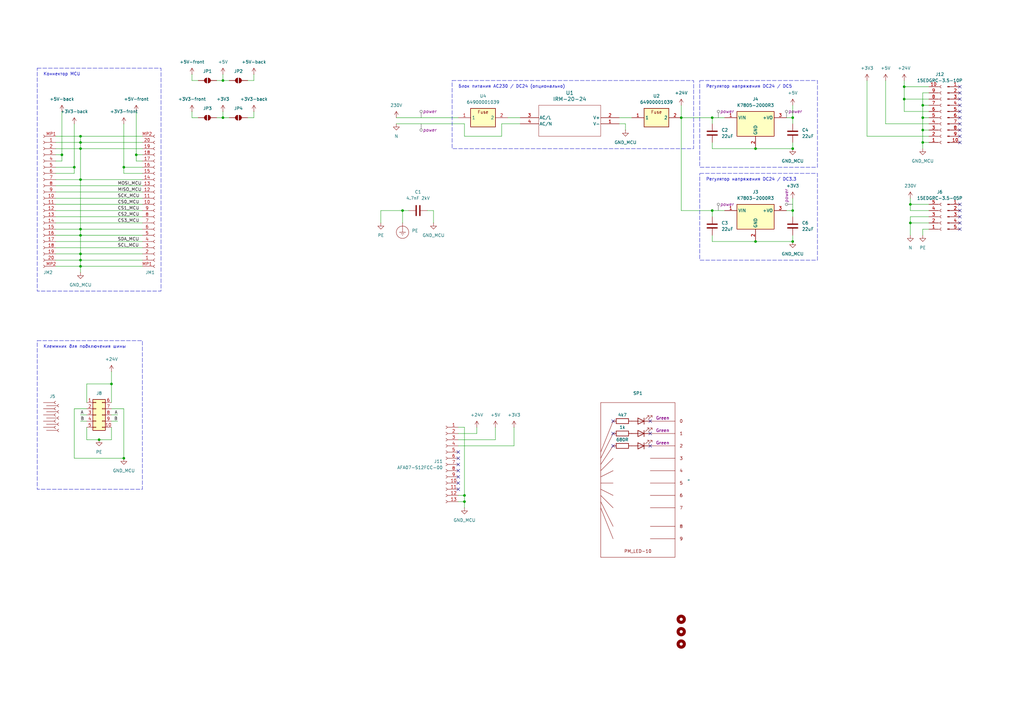
<source format=kicad_sch>
(kicad_sch (version 20250114) (generator "eeschema") (generator_version "9.0")
  (paper "A3")
  (title_block (title "${article} v${version}"))
  (lib_symbols
    (symbol "Fuseholder_1"
      (property "Reference" "U" (at -0.762 5.588 0))
      (property "Value" "64900001039" (at -6.35 3.302 0))
      (symbol "Fuseholder_1_1_1"
        (text "Fuse" (at 0 -1.524 0) (effects (font (size 1.27 1.27))))
        (pin passive line (at -10.16 -3.81 0) (length 5.08) (name "1") (number "1"))
        (pin passive line (at 10.16 -3.81 180) (length 5.08) (name "2") (number "2"))
      )
    )
    (symbol "kicad_inventree_lib:15EDGK-3.5-05P" (pin_names (offset 1.016) (hide yes)) (on_board no)
      (property "Reference" "J" (at 0 12.7 0))
      (property "Value" "15EDGK-3.5-05P" (at 0 -2.54 0))
      (symbol "15EDGK-3.5-05P_1_1"
        (pin passive line (at 5.08 10.16 180) (length 3.81) (name "Pin_1") (number "1"))
        (pin passive line (at 5.08 7.62 180) (length 3.81) (name "Pin_2") (number "2"))
        (pin passive line (at 5.08 5.08 180) (length 3.81) (name "Pin_3") (number "3"))
        (pin passive line (at 5.08 2.54 180) (length 3.81) (name "Pin_4") (number "4"))
        (pin passive line (at 5.08 0 180) (length 3.81) (name "Pin_5") (number "5"))
      )
    )
    (symbol "kicad_inventree_lib:15EDGK-3.5-10P" (pin_names (offset 1.016) (hide yes)) (on_board no)
      (property "Reference" "J" (at 0 12.7 0))
      (property "Value" "15EDGK-3.5-10P" (at 0 -15.24 0))
      (symbol "15EDGK-3.5-10P_1_1"
        (pin passive line (at 5.08 10.16 180) (length 3.81) (name "Pin_1") (number "1"))
        (pin passive line (at 5.08 7.62 180) (length 3.81) (name "Pin_2") (number "2"))
        (pin passive line (at 5.08 5.08 180) (length 3.81) (name "Pin_3") (number "3"))
        (pin passive line (at 5.08 2.54 180) (length 3.81) (name "Pin_4") (number "4"))
        (pin passive line (at 5.08 0 180) (length 3.81) (name "Pin_5") (number "5"))
        (pin passive line (at 5.08 -2.54 180) (length 3.81) (name "Pin_6") (number "6"))
        (pin passive line (at 5.08 -5.08 180) (length 3.81) (name "Pin_7") (number "7"))
        (pin passive line (at 5.08 -7.62 180) (length 3.81) (name "Pin_8") (number "8"))
        (pin passive line (at 5.08 -10.16 180) (length 3.81) (name "Pin_9") (number "9"))
        (pin passive line (at 5.08 -12.7 180) (length 3.81) (name "Pin_10") (number "10"))
      )
    )
    (symbol "kicad_inventree_lib:15EDGKNH-3.5-10P" (pin_names (offset 1.016) (hide yes)) (on_board no)
      (property "Reference" "J" (at 0 7.62 0))
    )
    (symbol "kicad_inventree_lib:15EDGRC-3.5-05P" (pin_names (offset 1.016) (hide yes))
      (property "Reference" "J" (at 0 12.7 0))
      (property "Value" "15EDGRC-3.5-05P" (at 0 -2.54 0))
      (symbol "15EDGRC-3.5-05P_1_1"
        (pin passive line (at -5.08 10.16 0) (length 3.81) (name "Pin_1") (number "1"))
        (pin passive line (at -5.08 7.62 0) (length 3.81) (name "Pin_2") (number "2"))
        (pin passive line (at -5.08 5.08 0) (length 3.81) (name "Pin_3") (number "3"))
        (pin passive line (at -5.08 2.54 0) (length 3.81) (name "Pin_4") (number "4"))
        (pin passive line (at -5.08 0 0) (length 3.81) (name "Pin_5") (number "5"))
      )
    )
    (symbol "kicad_inventree_lib:15EDGRC-3.5-10P" (pin_names (offset 1.016) (hide yes))
      (property "Reference" "J" (at 0 12.7 0))
      (property "Value" "15EDGRC-3.5-10P" (at 0 -17.78 0))
      (symbol "15EDGRC-3.5-10P_1_1"
        (pin passive line (at -5.08 10.16 0) (length 3.81) (name "Pin_1") (number "1"))
        (pin passive line (at -5.08 7.62 0) (length 3.81) (name "Pin_2") (number "2"))
        (pin passive line (at -5.08 5.08 0) (length 3.81) (name "Pin_3") (number "3"))
        (pin passive line (at -5.08 2.54 0) (length 3.81) (name "Pin_4") (number "4"))
        (pin passive line (at -5.08 0 0) (length 3.81) (name "Pin_5") (number "5"))
        (pin passive line (at -5.08 -2.54 0) (length 3.81) (name "Pin_6") (number "6"))
        (pin passive line (at -5.08 -5.08 0) (length 3.81) (name "Pin_7") (number "7"))
        (pin passive line (at -5.08 -7.62 0) (length 3.81) (name "Pin_8") (number "8"))
        (pin passive line (at -5.08 -10.16 0) (length 3.81) (name "Pin_9") (number "9"))
        (pin passive line (at -5.08 -12.7 0) (length 3.81) (name "Pin_10") (number "10"))
      )
    )
    (symbol "kicad_inventree_lib:15EDGRHC-THR-3.5-10P" (pin_names (offset 1.016) (hide yes))
      (property "Reference" "J" (at 0 10.16 0))
      (symbol "15EDGRHC-THR-3.5-10P_1_1"
        (pin passive line (at -5.08 7.62 0) (length 2.54) (name "Pin_1") (number "1"))
        (pin passive line (at -5.08 5.08 0) (length 2.54) (name "Pin_3") (number "2"))
        (pin passive line (at -5.08 2.54 0) (length 2.54) (name "3") (number "3"))
        (pin passive line (at -5.08 0 0) (length 2.54) (name "4") (number "4"))
        (pin passive line (at -5.08 -2.54 0) (length 2.54) (name "Pin_9") (number "5"))
        (pin passive line (at 5.08 7.62 180) (length 2.54) (name "Pin_2") (number "6"))
        (pin passive line (at 5.08 5.08 180) (length 2.54) (name "Pin_4") (number "7"))
        (pin passive line (at 5.08 2.54 180) (length 2.54) (name "Pin_6") (number "8"))
        (pin passive line (at 5.08 0 180) (length 2.54) (name "Pin_8") (number "9"))
        (pin passive line (at 5.08 -2.54 180) (length 2.54) (name "Pin_10") (number "10"))
      )
    )
    (symbol "kicad_inventree_lib:AFA07-S12FCC-00" (pin_names (offset 1.016) (hide yes))
      (property "Reference" "J" (at 0 12.7 0))
      (property "Value" "AFA07-S12FCC-00" (at 0 -27.94 0))
      (symbol "AFA07-S12FCC-00_1_1"
        (pin passive line (at -5.08 10.16 0) (length 3.81) (name "Pin_1") (number "1"))
        (pin passive line (at -5.08 7.62 0) (length 3.81) (name "Pin_2") (number "2"))
        (pin passive line (at -5.08 5.08 0) (length 3.81) (name "Pin_3") (number "3"))
        (pin passive line (at -5.08 2.54 0) (length 3.81) (name "Pin_4") (number "4"))
        (pin passive line (at -5.08 0 0) (length 3.81) (name "Pin_5") (number "5"))
        (pin passive line (at -5.08 -2.54 0) (length 3.81) (name "Pin_6") (number "6"))
        (pin passive line (at -5.08 -5.08 0) (length 3.81) (name "Pin_7") (number "7"))
        (pin passive line (at -5.08 -7.62 0) (length 3.81) (name "Pin_8") (number "8"))
        (pin passive line (at -5.08 -10.16 0) (length 3.81) (name "Pin_9") (number "9"))
        (pin passive line (at -5.08 -12.7 0) (length 3.81) (name "Pin_10") (number "10"))
        (pin passive line (at -5.08 -15.24 0) (length 3.81) (name "Pin_11") (number "11"))
        (pin passive line (at -5.08 -17.78 0) (length 3.81) (name "Pin_11") (number "12"))
        (pin passive line (at -5.08 -20.32 0) (length 3.81) (name "Pin_11") (number "13"))
      )
    )
    (symbol "kicad_inventree_lib:AFA07-S20FCC-00" (pin_names (offset 1.016) (hide yes))
      (property "Reference" "J" (at 0 15.24 0))
      (property "Value" "AFA07-S20FCC-00" (at -1.016 -48.768 0))
      (symbol "AFA07-S20FCC-00_1_1"
        (pin passive line (at -5.08 12.7 0) (length 3.81) (name "Pin_11") (number "MP1"))
        (pin passive line (at -5.08 10.16 0) (length 3.81) (name "Pin_1") (number "1"))
        (pin passive line (at -5.08 7.62 0) (length 3.81) (name "Pin_2") (number "2"))
        (pin passive line (at -5.08 5.08 0) (length 3.81) (name "Pin_3") (number "3"))
        (pin passive line (at -5.08 2.54 0) (length 3.81) (name "Pin_4") (number "4"))
        (pin passive line (at -5.08 0 0) (length 3.81) (name "Pin_5") (number "5"))
        (pin passive line (at -5.08 -2.54 0) (length 3.81) (name "Pin_6") (number "6"))
        (pin passive line (at -5.08 -5.08 0) (length 3.81) (name "Pin_7") (number "7"))
        (pin passive line (at -5.08 -7.62 0) (length 3.81) (name "Pin_8") (number "8"))
        (pin passive line (at -5.08 -10.16 0) (length 3.81) (name "Pin_9") (number "9"))
        (pin passive line (at -5.08 -12.7 0) (length 3.81) (name "Pin_10") (number "10"))
        (pin passive line (at -5.08 -15.24 0) (length 3.81) (name "Pin_11") (number "11"))
        (pin passive line (at -5.08 -17.78 0) (length 3.81) (name "Pin_11") (number "12"))
        (pin passive line (at -5.08 -20.32 0) (length 3.81) (name "Pin_11") (number "13"))
        (pin passive line (at -5.08 -22.86 0) (length 3.81) (name "Pin_11") (number "14"))
        (pin passive line (at -5.08 -25.4 0) (length 3.81) (name "Pin_11") (number "15"))
        (pin passive line (at -5.08 -27.94 0) (length 3.81) (name "Pin_11") (number "16"))
        (pin passive line (at -5.08 -30.48 0) (length 3.81) (name "Pin_11") (number "17"))
        (pin passive line (at -5.08 -33.02 0) (length 3.81) (name "Pin_11") (number "18"))
        (pin passive line (at -5.08 -35.56 0) (length 3.81) (name "Pin_11") (number "19"))
        (pin passive line (at -5.08 -38.1 0) (length 3.81) (name "Pin_11") (number "20"))
        (pin passive line (at -5.08 -40.64 0) (length 3.81) (name "Pin_11") (number "MP2"))
      )
    )
    (symbol "kicad_inventree_lib:C_22uF_50V_2220_MLCC-X7R" (pin_numbers (hide yes)) (pin_names (offset 0.254))
      (property "Reference" "C" (at 0.635 2.54 0))
      (property "Value" "22uF" (at 0.635 -2.54 0))
      (symbol "C_22uF_50V_2220_MLCC-X7R_1_1"
        (pin passive line (at 0 3.81 270) (length 2.794) (name "~") (number "1"))
        (pin passive line (at 0 -3.81 90) (length 2.794) (name "~") (number "2"))
      )
    )
    (symbol "kicad_inventree_lib:C_4.7nF_2kV_1812" (pin_numbers (hide yes)) (pin_names (offset 0.254))
      (property "Reference" "C" (at 0.635 2.54 0))
      (property "Value" "4.7nF 2kV" (at 0.635 -2.54 0))
      (symbol "C_4.7nF_2kV_1812_1_1"
        (pin passive line (at 0 3.81 270) (length 2.794) (name "~") (number "1"))
        (pin passive line (at 0 -3.81 90) (length 2.794) (name "~") (number "2"))
      )
    )
    (symbol "kicad_inventree_lib:Fuseholder"
      (property "Reference" "U" (at -0.762 5.588 0))
      (property "Value" "64900001039" (at -6.35 3.302 0))
      (symbol "Fuseholder_1_1"
        (text "Fuse" (at 0 -1.524 0) (effects (font (size 1.27 1.27))))
        (pin passive line (at -10.16 -3.81 0) (length 5.08) (name "1") (number "1"))
        (pin passive line (at 10.16 -3.81 180) (length 5.08) (name "2") (number "2"))
      )
    )
    (symbol "kicad_inventree_lib:IRM-20-24" (pin_names (offset 0.254))
      (property "Reference" "U" (at 0 5.08 0))
      (property "Value" "IRM-20-24" (at 0 2.54 0))
      (symbol "IRM-20-24_0_1"
        (pin unspecified line (at -20.32 -5.08 0) (length 7.62) (name "AC/L") (number "3"))
        (pin unspecified line (at -20.32 -7.62 0) (length 7.62) (name "AC/N") (number "4"))
        (pin power_in line (at 20.32 -5.08 180) (length 7.62) (name "V+") (number "2"))
        (pin power_in line (at 20.32 -7.62 180) (length 7.62) (name "V-") (number "1"))
      )
    )
    (symbol "kicad_inventree_lib:K7803-2000R3"
      (property "Reference" "J" (at -0.762 6.35 0))
      (property "Value" "K7803-2000R3" (at -7.112 3.556 0))
      (symbol "K7803-2000R3_1_1"
        (pin passive line (at -12.7 -2.54 0) (length 5.08) (name "VIN") (number "1"))
        (pin passive line (at 0 -15.24 90) (length 5.08) (name "GND") (number "2"))
        (pin passive line (at 12.7 -2.54 180) (length 5.08) (name "+VO") (number "3"))
      )
    )
    (symbol "kicad_inventree_lib:K7805-2000R3"
      (property "Reference" "J" (at -0.762 6.35 0))
      (property "Value" "K7805-2000R3" (at -7.112 3.556 0))
      (symbol "K7805-2000R3_1_1"
        (pin passive line (at -12.7 -2.54 0) (length 5.08) (name "VIN") (number "1"))
        (pin passive line (at 0 -15.24 90) (length 5.08) (name "GND") (number "2"))
        (pin passive line (at 12.7 -2.54 180) (length 5.08) (name "+VO") (number "3"))
      )
    )
    (symbol "kicad_inventree_lib:MountingHole_M3" (pin_names (offset 1.016)) (exclude_from_sim yes) (in_bom no))
    (symbol "kicad_inventree_lib:PE" (pin_numbers (hide yes)) (pin_names (offset 0) (hide yes)) (in_bom no)
      (property "Value" "PE" (at 0 -7.62 0))
      (symbol "PE_1_1"
        (pin power_in line (at 0 0 270) (length 0) (name "~") (number "1"))
      )
    )
    (symbol "kicad_inventree_lib:PM_LED-10-v0.0.1"
      (property "Reference" "SP" (at 0 3.81 0))
      (symbol "PM_LED-10-v0.0.1_1_1"
        (text "PM_LED-10" (at 0 -60.96 0) (effects (font (size 1.27 1.27))))
        (text "0" (at 17.78 -7.62 0) (effects (font (size 1.27 1.27))))
        (text "1" (at 17.78 -12.7 0) (effects (font (size 1.27 1.27))))
        (text "2" (at 17.78 -17.78 0) (effects (font (size 1.27 1.27))))
        (text "3" (at 17.78 -22.86 0) (effects (font (size 1.27 1.27))))
        (text "4" (at 17.78 -27.94 0) (effects (font (size 1.27 1.27))))
        (text "5" (at 17.78 -33.02 0) (effects (font (size 1.27 1.27))))
        (text "6" (at 17.78 -38.1 0) (effects (font (size 1.27 1.27))))
        (text "7" (at 17.78 -43.18 0) (effects (font (size 1.27 1.27))))
        (text "8" (at 17.78 -50.8 0) (effects (font (size 1.27 1.27))))
        (text "9" (at 17.78 -55.88 0) (effects (font (size 1.27 1.27))))
      )
    )
    (symbol "kicad_inventree_lib:R_1k_0603_1%" (pin_numbers (hide yes)) (pin_names (offset 0))
      (property "Reference" "R" (at 2.032 0 90))
      (property "Value" "1k" (at 0 0 90))
      (symbol "R_1k_0603_1%_1_1"
        (pin passive line (at 0 3.81 270) (length 1.27) (name "~") (number "1"))
        (pin passive line (at 0 -3.81 90) (length 1.27) (name "~") (number "2"))
      )
    )
    (symbol "kicad_inventree_lib:R_4k7_0603_1%" (pin_numbers (hide yes)) (pin_names (offset 0))
      (property "Reference" "R" (at 2.032 0 90))
      (property "Value" "4k7" (at 0 0 90))
      (symbol "R_4k7_0603_1%_1_1"
        (pin passive line (at 0 3.81 270) (length 1.27) (name "~") (number "1"))
        (pin passive line (at 0 -3.81 90) (length 1.27) (name "~") (number "2"))
      )
    )
    (symbol "kicad_inventree_lib:R_680R_0603_1%" (pin_numbers (hide yes)) (pin_names (offset 0))
      (property "Reference" "R" (at 2.032 0 90))
      (property "Value" "680R" (at 0 0 90))
      (symbol "R_680R_0603_1%_1_1"
        (pin passive line (at 0 3.81 270) (length 1.27) (name "~") (number "1"))
        (pin passive line (at 0 -3.81 90) (length 1.27) (name "~") (number "2"))
      )
    )
    (symbol "kicad_inventree_lib:SolderJumper_2_Open" (pin_numbers (hide yes)) (pin_names (offset 0) (hide yes)) (in_bom no)
      (property "Reference" "JP" (at 0 2.032 0))
      (property "Value" "SolderJumper_2_Open" (at 0 -2.54 0))
      (symbol "SolderJumper_2_Open_1_1"
        (pin passive line (at -3.81 0 0) (length 2.54) (name "A") (number "1"))
        (pin passive line (at 3.81 0 180) (length 2.54) (name "B") (number "2"))
      )
    )
    (symbol "kicad_inventree_lib:XL-1606SYGC" (pin_numbers (hide yes)) (pin_names (offset 1.016) (hide yes))
      (property "Reference" "D" (at 0 2.54 0))
      (property "Description" "Green" (at 0 -8.89 0))
      (symbol "XL-1606SYGC_1_1"
        (pin passive line (at -3.81 0 0) (length 2.54) (name "K") (number "1"))
        (pin passive line (at 3.81 0 180) (length 2.54) (name "A") (number "2"))
      )
    )
    (symbol "power:+24V" (power) (pin_numbers (hide yes)) (pin_names (offset 0) (hide yes))
      (property "Value" "+24V" (at 0 3.556 0))
      (symbol "+24V_1_1"
        (pin power_in line (at 0 0 90) (length 0) (name "~") (number "1"))
      )
    )
    (symbol "power:+5V" (power) (pin_numbers (hide yes)) (pin_names (offset 0) (hide yes))
      (property "Value" "+5V" (at 0 3.556 0))
      (symbol "+5V_1_1"
        (pin power_in line (at 0 0 90) (length 0) (name "~") (number "1"))
      )
    )
    (symbol "power:GND" (power) (pin_numbers (hide yes)) (pin_names (offset 0) (hide yes))
      (property "Value" "GND" (at 0 -3.81 0))
      (symbol "GND_1_1"
        (pin power_in line (at 0 0 270) (length 0) (name "~") (number "1"))
      )
    )
  )
  (rectangle (start 287.02 33.02) (end 335.28 68.58) (stroke (width 0) (type dash)))
  (rectangle (start 15.24 27.94) (end 66.04 119.38) (stroke (width 0) (type dash)))
  (rectangle (start 185.42 33.02) (end 284.48 60.96) (stroke (width 0) (type dash)))
  (rectangle (start 287.02 71.12) (end 335.28 106.68) (stroke (width 0) (type dash)))
  (rectangle (start 15.24 139.7) (end 58.42 200.66) (stroke (width 0) (type dash)))
  (text "Коннектор MCU" (at 17.78 30.48 0) (effects (font (size 1.27 1.27)) (justify left)))
  (text "Блок питания AC230 / DC24 (опционально)" (at 187.96 35.56 0) (effects (font (size 1.27 1.27)) (justify left)))
  (text "Клеммник для подключения шины" (at 17.78 142.24 0) (effects (font (size 1.27 1.27)) (justify left)))
  (text "Регулятор напряжения DC24 / DC5" (at 289.56 35.56 0) (effects (font (size 1.27 1.27)) (justify left)))
  (text "Регулятор напряжения DC24 / DC3.3" (at 289.56 73.66 0) (effects (font (size 1.27 1.27)) (justify left)))
  (junction (at 373.38 91.44))
  (junction (at 292.1 48.26))
  (junction (at 33.02 96.52))
  (junction (at 309.88 60.96))
  (junction (at 45.72 157.48))
  (junction (at 190.5 205.74))
  (junction (at 378.46 53.34))
  (junction (at 50.8 187.96))
  (junction (at 33.02 58.42))
  (junction (at 309.88 99.06))
  (junction (at 55.88 63.5))
  (junction (at 378.46 58.42))
  (junction (at 91.44 48.26))
  (junction (at 378.46 43.18))
  (junction (at 325.12 86.36))
  (junction (at 33.02 104.14))
  (junction (at 325.12 99.06))
  (junction (at 165.1 86.36))
  (junction (at 33.02 106.68))
  (junction (at 370.84 40.64))
  (junction (at 33.02 60.96))
  (junction (at 33.02 109.22))
  (junction (at 190.5 203.2))
  (junction (at 33.02 73.66))
  (junction (at 325.12 60.96))
  (junction (at 40.64 180.34))
  (junction (at 378.46 48.26))
  (junction (at 30.48 68.58))
  (junction (at 373.38 83.82))
  (junction (at 25.4 63.5))
  (junction (at 33.02 55.88))
  (junction (at 370.84 35.56))
  (junction (at 91.44 33.02))
  (junction (at 50.8 68.58))
  (junction (at 325.12 48.26))
  (junction (at 33.02 93.98))
  (junction (at 279.4 48.26))
  (junction (at 292.1 86.36))
  (no_connect (at 187.96 195.58))
  (no_connect (at 251.46 177.8))
  (no_connect (at 187.96 190.5))
  (no_connect (at 393.7 38.1))
  (no_connect (at 187.96 185.42))
  (no_connect (at 266.7 177.8))
  (no_connect (at 393.7 83.82))
  (no_connect (at 187.96 198.12))
  (no_connect (at 266.7 182.88))
  (no_connect (at 393.7 43.18))
  (no_connect (at 393.7 55.88))
  (no_connect (at 393.7 88.9))
  (no_connect (at 393.7 58.42))
  (no_connect (at 251.46 182.88))
  (no_connect (at 187.96 187.96))
  (no_connect (at 251.46 172.72))
  (no_connect (at 393.7 40.64))
  (no_connect (at 393.7 45.72))
  (no_connect (at 393.7 35.56))
  (no_connect (at 393.7 93.98))
  (no_connect (at 187.96 193.04))
  (no_connect (at 393.7 48.26))
  (no_connect (at 393.7 50.8))
  (no_connect (at 393.7 86.36))
  (no_connect (at 393.7 53.34))
  (no_connect (at 393.7 91.44))
  (no_connect (at 187.96 200.66))
  (no_connect (at 266.7 172.72))
  (wire (pts (xy 45.72 172.72) (xy 48.26 172.72)))
  (wire (pts (xy 50.8 167.64) (xy 50.8 187.96)))
  (wire (pts (xy 156.21 86.36) (xy 165.1 86.36)))
  (wire (pts (xy 22.86 76.2) (xy 58.42 76.2)))
  (wire (pts (xy 55.88 63.5) (xy 55.88 66.04)))
  (wire (pts (xy 22.86 104.14) (xy 33.02 104.14)))
  (wire (pts (xy 355.6 55.88) (xy 355.6 33.02)))
  (wire (pts (xy 378.46 58.42) (xy 378.46 60.96)))
  (wire (pts (xy 33.02 93.98) (xy 58.42 93.98)))
  (wire (pts (xy 373.38 88.9) (xy 373.38 91.44)))
  (wire (pts (xy 22.86 55.88) (xy 33.02 55.88)))
  (wire (pts (xy 378.46 38.1) (xy 378.46 43.18)))
  (wire (pts (xy 381 93.98) (xy 378.46 93.98)))
  (wire (pts (xy 325.12 58.42) (xy 325.12 60.96)))
  (wire (pts (xy 381 83.82) (xy 373.38 83.82)))
  (wire (pts (xy 205.74 50.8) (xy 213.36 50.8)))
  (wire (pts (xy 22.86 83.82) (xy 58.42 83.82)))
  (wire (pts (xy 35.56 180.34) (xy 40.64 180.34)))
  (wire (pts (xy 190.5 50.8) (xy 190.5 55.88)))
  (wire (pts (xy 279.4 86.36) (xy 292.1 86.36)))
  (wire (pts (xy 165.1 86.36) (xy 165.1 91.44)))
  (wire (pts (xy 292.1 60.96) (xy 309.88 60.96)))
  (wire (pts (xy 22.86 73.66) (xy 33.02 73.66)))
  (wire (pts (xy 373.38 91.44) (xy 373.38 96.52)))
  (wire (pts (xy 33.02 172.72) (xy 35.56 172.72)))
  (wire (pts (xy 205.74 50.8) (xy 205.74 55.88)))
  (wire (pts (xy 378.46 48.26) (xy 378.46 53.34)))
  (wire (pts (xy 88.9 33.02) (xy 91.44 33.02)))
  (wire (pts (xy 33.02 93.98) (xy 33.02 96.52)))
  (wire (pts (xy 22.86 86.36) (xy 58.42 86.36)))
  (wire (pts (xy 190.5 203.2) (xy 190.5 205.74)))
  (wire (pts (xy 35.56 165.1) (xy 35.56 157.48)))
  (wire (pts (xy 325.12 86.36) (xy 325.12 88.9)))
  (wire (pts (xy 91.44 33.02) (xy 93.98 33.02)))
  (wire (pts (xy 22.86 91.44) (xy 58.42 91.44)))
  (wire (pts (xy 162.56 48.26) (xy 187.96 48.26)))
  (wire (pts (xy 208.28 48.26) (xy 213.36 48.26)))
  (wire (pts (xy 30.48 50.8) (xy 30.48 68.58)))
  (wire (pts (xy 279.4 43.18) (xy 279.4 48.26)))
  (wire (pts (xy 91.44 30.48) (xy 91.44 33.02)))
  (wire (pts (xy 22.86 88.9) (xy 58.42 88.9)))
  (wire (pts (xy 91.44 48.26) (xy 93.98 48.26)))
  (wire (pts (xy 33.02 55.88) (xy 33.02 58.42)))
  (wire (pts (xy 33.02 170.18) (xy 35.56 170.18)))
  (wire (pts (xy 35.56 175.26) (xy 35.56 180.34)))
  (wire (pts (xy 22.86 60.96) (xy 33.02 60.96)))
  (wire (pts (xy 381 55.88) (xy 355.6 55.88)))
  (wire (pts (xy 22.86 106.68) (xy 33.02 106.68)))
  (wire (pts (xy 55.88 45.72) (xy 55.88 63.5)))
  (wire (pts (xy 373.38 91.44) (xy 381 91.44)))
  (wire (pts (xy 292.1 48.26) (xy 297.18 48.26)))
  (wire (pts (xy 381 88.9) (xy 373.38 88.9)))
  (wire (pts (xy 381 45.72) (xy 370.84 45.72)))
  (wire (pts (xy 40.64 180.34) (xy 45.72 180.34)))
  (wire (pts (xy 373.38 83.82) (xy 373.38 81.28)))
  (wire (pts (xy 187.96 175.26) (xy 190.5 175.26)))
  (wire (pts (xy 91.44 45.72) (xy 91.44 48.26)))
  (wire (pts (xy 195.58 175.26) (xy 195.58 177.8)))
  (wire (pts (xy 33.02 73.66) (xy 33.02 93.98)))
  (wire (pts (xy 22.86 99.06) (xy 58.42 99.06)))
  (wire (pts (xy 325.12 48.26) (xy 325.12 50.8)))
  (wire (pts (xy 187.96 205.74) (xy 190.5 205.74)))
  (wire (pts (xy 203.2 175.26) (xy 203.2 180.34)))
  (wire (pts (xy 309.88 60.96) (xy 325.12 60.96)))
  (wire (pts (xy 78.74 33.02) (xy 81.28 33.02)))
  (wire (pts (xy 33.02 104.14) (xy 33.02 106.68)))
  (wire (pts (xy 325.12 81.28) (xy 325.12 86.36)))
  (wire (pts (xy 22.86 81.28) (xy 58.42 81.28)))
  (wire (pts (xy 22.86 96.52) (xy 33.02 96.52)))
  (wire (pts (xy 33.02 104.14) (xy 58.42 104.14)))
  (wire (pts (xy 35.56 167.64) (xy 30.48 167.64)))
  (wire (pts (xy 187.96 203.2) (xy 190.5 203.2)))
  (wire (pts (xy 292.1 99.06) (xy 309.88 99.06)))
  (wire (pts (xy 33.02 109.22) (xy 58.42 109.22)))
  (wire (pts (xy 22.86 78.74) (xy 58.42 78.74)))
  (wire (pts (xy 30.48 167.64) (xy 30.48 187.96)))
  (wire (pts (xy 22.86 68.58) (xy 30.48 68.58)))
  (wire (pts (xy 33.02 60.96) (xy 58.42 60.96)))
  (wire (pts (xy 292.1 86.36) (xy 292.1 88.9)))
  (wire (pts (xy 30.48 68.58) (xy 30.48 71.12)))
  (wire (pts (xy 381 48.26) (xy 378.46 48.26)))
  (wire (pts (xy 381 50.8) (xy 363.22 50.8)))
  (wire (pts (xy 256.54 50.8) (xy 256.54 53.34)))
  (wire (pts (xy 22.86 93.98) (xy 33.02 93.98)))
  (wire (pts (xy 104.14 48.26) (xy 101.6 48.26)))
  (wire (pts (xy 33.02 60.96) (xy 33.02 73.66)))
  (wire (pts (xy 22.86 101.6) (xy 58.42 101.6)))
  (wire (pts (xy 50.8 68.58) (xy 50.8 71.12)))
  (wire (pts (xy 292.1 99.06) (xy 292.1 96.52)))
  (wire (pts (xy 381 35.56) (xy 370.84 35.56)))
  (wire (pts (xy 190.5 55.88) (xy 205.74 55.88)))
  (wire (pts (xy 292.1 48.26) (xy 292.1 50.8)))
  (wire (pts (xy 378.46 43.18) (xy 378.46 48.26)))
  (wire (pts (xy 309.88 99.06) (xy 325.12 99.06)))
  (wire (pts (xy 33.02 96.52) (xy 58.42 96.52)))
  (wire (pts (xy 177.8 86.36) (xy 177.8 91.44)))
  (wire (pts (xy 162.56 50.8) (xy 190.5 50.8)))
  (wire (pts (xy 45.72 167.64) (xy 50.8 167.64)))
  (wire (pts (xy 50.8 71.12) (xy 58.42 71.12)))
  (wire (pts (xy 35.56 157.48) (xy 45.72 157.48)))
  (wire (pts (xy 156.21 91.44) (xy 156.21 86.36)))
  (wire (pts (xy 33.02 73.66) (xy 58.42 73.66)))
  (wire (pts (xy 33.02 55.88) (xy 58.42 55.88)))
  (wire (pts (xy 45.72 180.34) (xy 45.72 175.26)))
  (wire (pts (xy 22.86 63.5) (xy 25.4 63.5)))
  (wire (pts (xy 279.4 48.26) (xy 279.4 86.36)))
  (wire (pts (xy 322.58 48.26) (xy 325.12 48.26)))
  (wire (pts (xy 104.14 30.48) (xy 104.14 33.02)))
  (wire (pts (xy 33.02 96.52) (xy 33.02 104.14)))
  (wire (pts (xy 187.96 180.34) (xy 203.2 180.34)))
  (wire (pts (xy 50.8 50.8) (xy 50.8 68.58)))
  (wire (pts (xy 30.48 187.96) (xy 50.8 187.96)))
  (wire (pts (xy 25.4 45.72) (xy 25.4 63.5)))
  (wire (pts (xy 45.72 152.4) (xy 45.72 157.48)))
  (wire (pts (xy 381 38.1) (xy 378.46 38.1)))
  (wire (pts (xy 190.5 175.26) (xy 190.5 203.2)))
  (wire (pts (xy 370.84 35.56) (xy 370.84 33.02)))
  (wire (pts (xy 381 53.34) (xy 378.46 53.34)))
  (wire (pts (xy 292.1 86.36) (xy 297.18 86.36)))
  (wire (pts (xy 381 43.18) (xy 378.46 43.18)))
  (wire (pts (xy 104.14 45.72) (xy 104.14 48.26)))
  (wire (pts (xy 25.4 63.5) (xy 25.4 66.04)))
  (wire (pts (xy 88.9 48.26) (xy 91.44 48.26)))
  (wire (pts (xy 55.88 66.04) (xy 58.42 66.04)))
  (wire (pts (xy 175.26 86.36) (xy 177.8 86.36)))
  (wire (pts (xy 187.96 177.8) (xy 195.58 177.8)))
  (wire (pts (xy 45.72 170.18) (xy 48.26 170.18)))
  (wire (pts (xy 33.02 106.68) (xy 58.42 106.68)))
  (wire (pts (xy 325.12 96.52) (xy 325.12 99.06)))
  (wire (pts (xy 254 48.26) (xy 259.08 48.26)))
  (wire (pts (xy 187.96 182.88) (xy 210.82 182.88)))
  (wire (pts (xy 381 40.64) (xy 370.84 40.64)))
  (wire (pts (xy 33.02 106.68) (xy 33.02 109.22)))
  (wire (pts (xy 104.14 33.02) (xy 101.6 33.02)))
  (wire (pts (xy 190.5 205.74) (xy 190.5 208.28)))
  (wire (pts (xy 210.82 175.26) (xy 210.82 182.88)))
  (wire (pts (xy 167.64 86.36) (xy 165.1 86.36)))
  (wire (pts (xy 378.46 53.34) (xy 378.46 58.42)))
  (wire (pts (xy 50.8 68.58) (xy 58.42 68.58)))
  (wire (pts (xy 322.58 86.36) (xy 325.12 86.36)))
  (wire (pts (xy 370.84 40.64) (xy 370.84 35.56)))
  (wire (pts (xy 55.88 63.5) (xy 58.42 63.5)))
  (wire (pts (xy 22.86 58.42) (xy 33.02 58.42)))
  (wire (pts (xy 30.48 71.12) (xy 22.86 71.12)))
  (wire (pts (xy 373.38 86.36) (xy 373.38 83.82)))
  (wire (pts (xy 325.12 43.18) (xy 325.12 48.26)))
  (wire (pts (xy 33.02 109.22) (xy 33.02 111.76)))
  (wire (pts (xy 33.02 58.42) (xy 58.42 58.42)))
  (wire (pts (xy 78.74 48.26) (xy 81.28 48.26)))
  (wire (pts (xy 78.74 30.48) (xy 78.74 33.02)))
  (wire (pts (xy 381 58.42) (xy 378.46 58.42)))
  (wire (pts (xy 22.86 66.04) (xy 25.4 66.04)))
  (wire (pts (xy 378.46 93.98) (xy 378.46 96.52)))
  (wire (pts (xy 254 50.8) (xy 256.54 50.8)))
  (wire (pts (xy 363.22 50.8) (xy 363.22 33.02)))
  (wire (pts (xy 33.02 58.42) (xy 33.02 60.96)))
  (wire (pts (xy 381 86.36) (xy 373.38 86.36)))
  (wire (pts (xy 279.4 48.26) (xy 292.1 48.26)))
  (wire (pts (xy 78.74 45.72) (xy 78.74 48.26)))
  (wire (pts (xy 292.1 60.96) (xy 292.1 58.42)))
  (wire (pts (xy 370.84 45.72) (xy 370.84 40.64)))
  (wire (pts (xy 45.72 165.1) (xy 45.72 157.48)))
  (wire (pts (xy 22.86 109.22) (xy 33.02 109.22)))
  (label "B" (at 33.02 172.72 0))
  (label "SCL_MCU" (at 48.26 101.6 0))
  (label "SCK_MCU" (at 48.26 81.28 0))
  (label "CS3_MCU" (at 48.26 91.44 0))
  (label "MISO_MCU" (at 48.26 78.74 0))
  (label "CS0_MCU" (at 48.26 83.82 0))
  (label "SDA_MCU" (at 48.26 99.06 0))
  (label "CS2_MCU" (at 48.26 88.9 0))
  (label "A" (at 33.02 170.18 0))
  (label "MOSI_MCU" (at 48.26 76.2 0))
  (label "B" (at 48.26 172.72 180))
  (label "A" (at 48.26 170.18 180))
  (label "CS1_MCU" (at 48.26 86.36 0))
  (netclass_flag "" (length 2.54) (shape round) (at 294.64 48.26 0) (property "Netclass" "power" (at 295.3385 45.72 0) (effects (font (italic yes)) (justify left))))
  (netclass_flag "" (length 2.54) (shape round) (at 322.58 48.26 0) (property "Netclass" "power" (at 323.2785 45.72 0) (effects (font (italic yes)) (justify left))))
  (netclass_flag "" (length 2.54) (shape round) (at 325.12 83.82 90) (property "Netclass" "power" (at 322.58 83.1215 90) (effects (font (italic yes)) (justify left))))
  (netclass_flag "" (length 2.54) (shape round) (at 172.72 50.8 180) (property "Netclass" "power" (at 173.4185 53.34 0) (effects (font (italic yes)) (justify left))))
  (netclass_flag "" (length 2.54) (shape round) (at 172.72 48.26 0) (property "Netclass" "power" (at 173.4185 45.72 0) (effects (font (italic yes)) (justify left))))
  (netclass_flag "" (length 2.54) (shape round) (at 294.64 86.36 0) (property "Netclass" "power" (at 295.3385 83.82 0) (effects (font (italic yes)) (justify left))))
  (symbol (lib_id "kicad_inventree_lib:C_22uF_50V_2220_MLCC-X7R") (at 325.12 54.61 0) (unit 1)
    (property "Reference" "C4" (at 328.93 53.3399 0) (effects (justify left)))
    (property "Value" "22uF" (at 328.93 55.8799 0) (effects (justify left)))
    (property "Footprint" "Capacitor_SMD:C_2220_5750Metric" (effects (hide yes)))
    (property "Datasheet" "http://inventree.network/part/99/" (effects (hide yes)))
    (property "Description" "Unpolarized capacitor" (effects (hide yes)))
    (property "part_ipn" "C_22uF_50V_2220_MLCC-X7R" (effects (hide yes)))
  )
  (symbol (lib_id "power:+5V") (at 25.4 45.72 0) (unit 1)
    (property "Reference" "#PWR016" (effects (hide yes)))
    (property "Value" "+5V-back" (at 25.4 40.64 0))
    (property "Description" "Power symbol creates a global label with name \"+5V\"" (effects (hide yes)))
  )
  (symbol (lib_id "power:+5V") (at 50.8 50.8 0) (unit 1)
    (property "Reference" "#PWR031" (effects (hide yes)))
    (property "Value" "+3V3-front" (at 50.8 45.72 0))
    (property "Description" "Power symbol creates a global label with name \"+5V\"" (effects (hide yes)))
  )
  (symbol (lib_id "power:+5V") (at 210.82 175.26 0) (mirror y) (unit 1)
    (property "Reference" "#PWR05" (effects (hide yes)))
    (property "Value" "+3V3" (at 210.82 170.18 0))
    (property "Description" "Power symbol creates a global label with name \"+5V\"" (effects (hide yes)))
  )
  (symbol (lib_id "kicad_inventree_lib:XL-1606SYGC") (at 262.89 172.72 180) (unit 1) (on_board no)
    (property "Reference" "D2" (effects (hide yes)))
    (property "Value" "XL-1606SYGC" (effects (hide yes)))
    (property "Footprint" "kicad_inventree_lib:XL-1606" (effects (hide yes)))
    (property "Datasheet" "http://inventree.network/part/278/" (effects (hide yes)))
    (property "Description" "Green" (at 271.78 171.45 0))
    (property "part_ipn" "XL-1606SYGC" (effects (hide yes)))
  )
  (symbol (lib_id "kicad_inventree_lib:PE") (at 165.1 91.44 0) (unit 1) (in_bom no)
    (property "Reference" "PE1" (effects (hide yes)))
    (property "Value" "PE" (at 168.91 94.6149 0) (effects (justify left)))
    (property "Footprint" "kicad_inventree_lib:PE" (effects (hide yes)))
    (property "Description" "Power symbol creates a global label with name \"Earth_Protective\"" (effects (hide yes)))
  )
  (symbol (lib_id "kicad_inventree_lib:XL-1606SYGC") (at 262.89 177.8 180) (unit 1) (on_board no)
    (property "Reference" "D3" (effects (hide yes)))
    (property "Value" "XL-1606SYGC" (effects (hide yes)))
    (property "Footprint" "kicad_inventree_lib:XL-1606" (effects (hide yes)))
    (property "Datasheet" "http://inventree.network/part/278/" (effects (hide yes)))
    (property "Description" "Green" (at 271.78 176.53 0))
    (property "part_ipn" "XL-1606SYGC" (effects (hide yes)))
  )
  (symbol (lib_id "power:+24V") (at 279.4 43.18 0) (unit 1)
    (property "Reference" "#PWR06" (effects (hide yes)))
    (property "Value" "+24V" (at 279.4 38.1 0))
    (property "Description" "Power symbol creates a global label with name \"+24V\"" (effects (hide yes)))
  )
  (symbol (lib_id "power:GND") (at 325.12 99.06 0) (unit 1)
    (property "Reference" "#PWR018" (effects (hide yes)))
    (property "Value" "GND_MCU" (at 325.12 104.14 0))
    (property "Description" "Power symbol creates a global label with name \"GND\" , ground" (effects (hide yes)))
  )
  (symbol (lib_id "power:GND") (at 162.56 50.8 0) (unit 1)
    (property "Reference" "#PWR04" (effects (hide yes)))
    (property "Value" "N" (at 162.56 55.88 0))
    (property "Description" "Power symbol creates a global label with name \"GND\" , ground" (effects (hide yes)))
  )
  (symbol (lib_id "kicad_inventree_lib:R_4k7_0603_1%") (at 255.27 172.72 90) (unit 1) (on_board no)
    (property "Reference" "R4" (effects (hide yes)))
    (property "Value" "4k7" (at 255.27 170.18 90))
    (property "Footprint" "Resistor_SMD:R_0603_1608Metric" (effects (hide yes)))
    (property "Datasheet" "http://inventree.network/part/262/" (effects (hide yes)))
    (property "Description" "Resistor" (effects (hide yes)))
    (property "part_ipn" "R_4k7_0603_1%" (effects (hide yes)))
  )
  (symbol (lib_id "power:+5V") (at 104.14 30.48 0) (unit 1)
    (property "Reference" "#PWR025" (effects (hide yes)))
    (property "Value" "+5V-back" (at 104.14 25.4 0))
    (property "Description" "Power symbol creates a global label with name \"+5V\"" (effects (hide yes)))
  )
  (symbol (lib_id "kicad_inventree_lib:15EDGK-3.5-10P") (at 388.62 45.72 0) (unit 1) (on_board no)
    (property "Reference" "J13" (effects (hide yes)))
    (property "Value" "15EDGK-3.5-10P" (effects (hide yes)))
    (property "Datasheet" "http://inventree.network/part/248/" (effects (hide yes)))
    (property "Description" "Generic connector, single row, 01x10, script generated" (effects (hide yes)))
    (property "part_ipn" "15EDGK-3.5-10P" (effects (hide yes)))
  )
  (symbol (lib_id "power:GND") (at 378.46 60.96 0) (unit 1)
    (property "Reference" "#PWR03" (effects (hide yes)))
    (property "Value" "GND_MCU" (at 378.46 66.04 0))
    (property "Description" "Power symbol creates a global label with name \"GND\" , ground" (effects (hide yes)))
  )
  (symbol (lib_id "kicad_inventree_lib:C_22uF_50V_2220_MLCC-X7R") (at 292.1 54.61 0) (unit 1)
    (property "Reference" "C2" (at 295.91 53.3399 0) (effects (justify left)))
    (property "Value" "22uF" (at 295.91 55.8799 0) (effects (justify left)))
    (property "Footprint" "Capacitor_SMD:C_2220_5750Metric" (effects (hide yes)))
    (property "Datasheet" "http://inventree.network/part/99/" (effects (hide yes)))
    (property "Description" "Unpolarized capacitor" (effects (hide yes)))
    (property "part_ipn" "C_22uF_50V_2220_MLCC-X7R" (effects (hide yes)))
  )
  (symbol (lib_id "power:+5V") (at 195.58 175.26 0) (mirror y) (unit 1)
    (property "Reference" "#PWR014" (effects (hide yes)))
    (property "Value" "+24V" (at 195.58 170.18 0))
    (property "Description" "Power symbol creates a global label with name \"+5V\"" (effects (hide yes)))
  )
  (symbol (lib_id "power:+5V") (at 373.38 81.28 0) (unit 1)
    (property "Reference" "#PWR012" (effects (hide yes)))
    (property "Value" "230V" (at 373.38 76.2 0))
    (property "Description" "Power symbol creates a global label with name \"+5V\"" (effects (hide yes)))
  )
  (symbol (lib_id "kicad_inventree_lib:K7805-2000R3") (at 309.88 45.72 0) (unit 1)
    (property "Reference" "J4" (at 309.88 40.64 0))
    (property "Value" "K7805-2000R3" (at 309.88 43.18 0))
    (property "Footprint" "kicad_inventree_lib:K7805-2000R3" (effects (hide yes)))
    (property "Datasheet" "http://inventree.network/part/98/" (effects (hide yes)))
    (property "Description" "K7805-2000R3" (effects (hide yes)))
    (property "Height" "18" (effects (hide yes)))
    (property "Manufacturer_Name" "RS Pro" (effects (hide yes)))
    (property "Manufacturer_Part_Number" "K7805-2000R3" (effects (hide yes)))
    (property "part_ipn" "K7805-2000R3" (effects (hide yes)))
  )
  (symbol (lib_id "kicad_inventree_lib:PM_LED-10-v0.0.1") (at 261.62 165.1 0) (unit 1)
    (property "Reference" "SP1" (at 261.62 161.29 0))
    (property "Value" "~" (at 281.94 196.8499 0) (effects (justify left)))
    (property "Footprint" "kicad_inventree_lib:PM_LED-xx-v0.0.1" (effects (hide yes)))
    (property "part_ipn" "PM_LED-10-v0.0.1" (effects (hide yes)))
  )
  (symbol (lib_id "power:+5V") (at 78.74 30.48 0) (unit 1)
    (property "Reference" "#PWR026" (effects (hide yes)))
    (property "Value" "+5V-front" (at 78.74 25.4 0))
    (property "Description" "Power symbol creates a global label with name \"+5V\"" (effects (hide yes)))
  )
  (symbol (lib_id "power:+5V") (at 104.14 45.72 0) (unit 1)
    (property "Reference" "#PWR030" (effects (hide yes)))
    (property "Value" "+3V3-back" (at 104.14 40.64 0))
    (property "Description" "Power symbol creates a global label with name \"+5V\"" (effects (hide yes)))
  )
  (symbol (lib_id "kicad_inventree_lib:SolderJumper_2_Open") (at 85.09 33.02 0) (unit 1) (in_bom no)
    (property "Reference" "JP1" (at 85.09 29.21 0))
    (property "Value" "SolderJumper_2_Open" (effects (hide yes)))
    (property "Footprint" "kicad_inventree_lib:SolderJumper-2_P1.3mm_Open_RoundedPad1.0x1.5mm" (effects (hide yes)))
    (property "Description" "Solder Jumper, 2-pole, open" (effects (hide yes)))
  )
  (symbol (lib_id "kicad_inventree_lib:MountingHole_M3") (at 279.4 254 0) (unit 1) (exclude_from_sim yes) (in_bom no)
    (property "Reference" "H1" (effects (hide yes)))
    (property "Value" "MountingHole_M3" (effects (hide yes)))
    (property "Footprint" "kicad_inventree_lib:MountingHole_M3" (effects (hide yes)))
    (property "Description" "Mounting Hole without connection" (effects (hide yes)))
  )
  (symbol (lib_id "power:GND") (at 373.38 96.52 0) (unit 1)
    (property "Reference" "#PWR034" (effects (hide yes)))
    (property "Value" "N" (at 373.38 101.6 0))
    (property "Description" "Power symbol creates a global label with name \"GND\" , ground" (effects (hide yes)))
  )
  (symbol (lib_id "kicad_inventree_lib:MountingHole_M3") (at 279.4 264.16 0) (unit 1) (exclude_from_sim yes) (in_bom no)
    (property "Reference" "H3" (effects (hide yes)))
    (property "Value" "MountingHole_M3" (effects (hide yes)))
    (property "Footprint" "kicad_inventree_lib:MountingHole_M3" (effects (hide yes)))
    (property "Description" "Mounting Hole without connection" (effects (hide yes)))
  )
  (symbol (lib_id "power:GND") (at 50.8 187.96 0) (mirror y) (unit 1)
    (property "Reference" "#PWR02" (effects (hide yes)))
    (property "Value" "GND_MCU" (at 50.8 193.04 0))
    (property "Description" "Power symbol creates a global label with name \"GND\" , ground" (effects (hide yes)))
  )
  (symbol (lib_name "Fuseholder_1") (lib_id "kicad_inventree_lib:Fuseholder") (at 198.12 44.45 0) (unit 1)
    (property "Reference" "U4" (at 198.12 39.37 0))
    (property "Value" "64900001039" (at 198.12 41.91 0))
    (property "Footprint" "kicad_inventree_lib:649-Series-Holder" (effects (hide yes)))
    (property "Datasheet" "http://inventree.network/part/23/" (effects (hide yes)))
    (property "Description" "5x20mm Fuseholder 6.3A 250V Littelfuse 6.3A PCB Mount Fuse Holder for 5 x 20mm Cartridge Fuse, 250 V" (effects (hide yes)))
    (property "Manufacturer_Name" "LITTELFUSE" (effects (hide yes)))
    (property "Manufacturer_Part_Number" "64900001039" (effects (hide yes)))
    (property "Mouser Part Number" "576-64900001039" (effects (hide yes)))
    (property "Mouser Price/Stock" "https://www.mouser.co.uk/ProductDetail/Littelfuse/64900001039?qs=hH%252BOa0VZEiArPloPoB86OA%3D%3D" (effects (hide yes)))
    (property "Arrow Part Number" "64900001039" (effects (hide yes)))
    (property "Arrow Price/Stock" "https://www.arrow.com/en/products/64900001039/littelfuse?region=nac" (effects (hide yes)))
    (property "NextPCB_url" "https://www.hqonline.com/product-detail/fuse-holders---clips---boxes-littelfuse-64900001039-1005256123" (effects (hide yes)))
    (property "NextPCB_price" "0.13489" (effects (hide yes)))
    (property "part_ipn" "64900001039" (effects (hide yes)))
    (property "optional" "1" (effects (hide yes)))
  )
  (symbol (lib_id "power:GND") (at 33.02 111.76 0) (unit 1)
    (property "Reference" "#PWR015" (effects (hide yes)))
    (property "Value" "GND_MCU" (at 33.02 116.84 0))
    (property "Description" "Power symbol creates a global label with name \"GND\" , ground" (effects (hide yes)))
  )
  (symbol (lib_id "power:+5V") (at 162.56 48.26 0) (unit 1)
    (property "Reference" "#PWR021" (effects (hide yes)))
    (property "Value" "230V" (at 162.56 43.18 0))
    (property "Description" "Power symbol creates a global label with name \"+5V\"" (effects (hide yes)))
  )
  (symbol (lib_id "kicad_inventree_lib:15EDGRC-3.5-05P") (at 386.08 83.82 0) (mirror x) (unit 1)
    (property "Reference" "J6" (at 385.445 78.74 0))
    (property "Value" "15EDGRC-3.5-05P" (at 385.445 81.28 0))
    (property "Footprint" "kicad_inventree_lib:15EDGRC-3.5-05P" (effects (hide yes)))
    (property "Datasheet" "http://inventree.network/part/238/" (effects (hide yes)))
    (property "Description" "Generic connector, single row, 01x09, script generated" (effects (hide yes)))
    (property "part_ipn" "15EDGRC-3.5-05P" (effects (hide yes)))
  )
  (symbol (lib_id "power:+5V") (at 91.44 30.48 0) (unit 1)
    (property "Reference" "#PWR024" (effects (hide yes)))
    (property "Value" "+5V" (at 91.44 25.4 0))
    (property "Description" "Power symbol creates a global label with name \"+5V\"" (effects (hide yes)))
  )
  (symbol (lib_id "power:+5V") (at 363.22 33.02 0) (mirror y) (unit 1)
    (property "Reference" "#PWR09" (effects (hide yes)))
    (property "Value" "+5V" (at 363.22 27.94 0))
    (property "Description" "Power symbol creates a global label with name \"+5V\"" (effects (hide yes)))
  )
  (symbol (lib_id "power:+5V") (at 55.88 45.72 0) (unit 1)
    (property "Reference" "#PWR017" (effects (hide yes)))
    (property "Value" "+5V-front" (at 55.88 40.64 0))
    (property "Description" "Power symbol creates a global label with name \"+5V\"" (effects (hide yes)))
  )
  (symbol (lib_id "power:+5V") (at 325.12 43.18 0) (unit 1)
    (property "Reference" "#PWR019" (effects (hide yes)))
    (property "Value" "+5V" (at 325.12 38.1 0))
    (property "Description" "Power symbol creates a global label with name \"+5V\"" (effects (hide yes)))
  )
  (symbol (lib_id "power:+5V") (at 30.48 50.8 0) (unit 1)
    (property "Reference" "#PWR032" (effects (hide yes)))
    (property "Value" "+3V3-back" (at 30.48 45.72 0))
    (property "Description" "Power symbol creates a global label with name \"+5V\"" (effects (hide yes)))
  )
  (symbol (lib_id "kicad_inventree_lib:15EDGRHC-THR-3.5-10P") (at 40.64 172.72 0) (unit 1)
    (property "Reference" "J8" (at 40.64 161.29 0))
    (property "Value" "15EDGRHC-THR-3.5-10P" (effects (hide yes)))
    (property "Footprint" "kicad_inventree_lib:15EDGRHC-THR-3.5-10P" (effects (hide yes)))
    (property "Datasheet" "http://inventree.network/part/232/" (effects (hide yes)))
    (property "Description" "Generic connector, double row, 02x05, odd/even pin numbering scheme (row 1 odd numbers, row 2 even numbers), script generated (kicad-library-utils/schlib/autogen/connector/)" (effects (hide yes)))
    (property "part_ipn" "15EDGRHC-THR-3.5-10P" (effects (hide yes)))
  )
  (symbol (lib_id "power:+5V") (at 370.84 33.02 0) (mirror y) (unit 1)
    (property "Reference" "#PWR08" (effects (hide yes)))
    (property "Value" "+24V" (at 370.84 27.94 0))
    (property "Description" "Power symbol creates a global label with name \"+5V\"" (effects (hide yes)))
  )
  (symbol (lib_id "kicad_inventree_lib:AFA07-S12FCC-00") (at 182.88 185.42 0) (mirror y) (unit 1)
    (property "Reference" "J11" (at 181.61 189.2299 0) (effects (justify left)))
    (property "Value" "AFA07-S12FCC-00" (at 181.61 191.7699 0) (effects (justify left)))
    (property "Footprint" "kicad_inventree_lib:CONN10_AFA07-S12_JUS" (effects (hide yes)))
    (property "Description" "Generic connector, single row, 01x10, script generated" (effects (hide yes)))
    (property "part_ipn" "AFA07-S12FCC-00" (effects (hide yes)))
  )
  (symbol (lib_id "kicad_inventree_lib:SolderJumper_2_Open") (at 85.09 48.26 0) (unit 1) (in_bom no)
    (property "Reference" "JP3" (at 85.09 44.45 0))
    (property "Value" "SolderJumper_2_Open" (effects (hide yes)))
    (property "Footprint" "kicad_inventree_lib:SolderJumper-2_P1.3mm_Open_RoundedPad1.0x1.5mm" (effects (hide yes)))
    (property "Description" "Solder Jumper, 2-pole, open" (effects (hide yes)))
  )
  (symbol (lib_id "kicad_inventree_lib:MountingHole_M3") (at 279.4 259.08 0) (unit 1) (exclude_from_sim yes) (in_bom no)
    (property "Reference" "H2" (effects (hide yes)))
    (property "Value" "MountingHole_M3" (effects (hide yes)))
    (property "Footprint" "kicad_inventree_lib:MountingHole_M3" (effects (hide yes)))
    (property "Description" "Mounting Hole without connection" (effects (hide yes)))
  )
  (symbol (lib_id "power:GND") (at 256.54 53.34 0) (unit 1)
    (property "Reference" "#PWR07" (effects (hide yes)))
    (property "Value" "GND_MCU" (at 256.54 58.42 0))
    (property "Description" "Power symbol creates a global label with name \"GND\" , ground" (effects (hide yes)))
  )
  (symbol (lib_id "power:+5V") (at 203.2 175.26 0) (mirror y) (unit 1)
    (property "Reference" "#PWR011" (effects (hide yes)))
    (property "Value" "+5V" (at 203.2 170.18 0))
    (property "Description" "Power symbol creates a global label with name \"+5V\"" (effects (hide yes)))
  )
  (symbol (lib_id "power:GND") (at 325.12 60.96 0) (unit 1)
    (property "Reference" "#PWR022" (effects (hide yes)))
    (property "Value" "GND_MCU" (at 325.12 66.04 0))
    (property "Description" "Power symbol creates a global label with name \"GND\" , ground" (effects (hide yes)))
  )
  (symbol (lib_id "kicad_inventree_lib:SolderJumper_2_Open") (at 97.79 48.26 0) (unit 1) (in_bom no)
    (property "Reference" "JP4" (at 97.79 44.45 0))
    (property "Value" "SolderJumper_2_Open" (effects (hide yes)))
    (property "Footprint" "kicad_inventree_lib:SolderJumper-2_P1.3mm_Open_RoundedPad1.0x1.5mm" (effects (hide yes)))
    (property "Description" "Solder Jumper, 2-pole, open" (effects (hide yes)))
  )
  (symbol (lib_id "power:GND") (at 177.8 91.44 0) (unit 1)
    (property "Reference" "#PWR013" (effects (hide yes)))
    (property "Value" "GND_MCU" (at 177.8 96.52 0))
    (property "Description" "Power symbol creates a global label with name \"GND\" , ground" (effects (hide yes)))
  )
  (symbol (lib_id "kicad_inventree_lib:K7803-2000R3") (at 309.88 83.82 0) (unit 1)
    (property "Reference" "J3" (at 309.88 78.74 0))
    (property "Value" "K7803-2000R3" (at 309.88 81.28 0))
    (property "Footprint" "kicad_inventree_lib:K7805-2000R3" (effects (hide yes)))
    (property "Datasheet" "http://inventree.network/part/118/" (effects (hide yes)))
    (property "Description" "K7803-2000R3" (effects (hide yes)))
    (property "part_ipn" "K7803-2000R3" (effects (hide yes)))
  )
  (symbol (lib_id "kicad_inventree_lib:C_22uF_50V_2220_MLCC-X7R") (at 292.1 92.71 0) (unit 1)
    (property "Reference" "C3" (at 295.91 91.4399 0) (effects (justify left)))
    (property "Value" "22uF" (at 295.91 93.9799 0) (effects (justify left)))
    (property "Footprint" "Capacitor_SMD:C_2220_5750Metric" (effects (hide yes)))
    (property "Datasheet" "http://inventree.network/part/99/" (effects (hide yes)))
    (property "Description" "Unpolarized capacitor" (effects (hide yes)))
    (property "part_ipn" "C_22uF_50V_2220_MLCC-X7R" (effects (hide yes)))
  )
  (symbol (lib_id "kicad_inventree_lib:15EDGKNH-3.5-10P") (at 22.86 170.18 0) (unit 1) (on_board no)
    (property "Reference" "J5" (at 20.32 162.56 0) (effects (justify left)))
    (property "Value" "15EDGKNH-3.5-10P" (effects (hide yes)))
    (property "Datasheet" "http://inventree.network/part/257/" (effects (hide yes)))
    (property "Description" "Generic connector, single row, 01x05, script generated" (effects (hide yes)))
    (property "part_ipn" "15EDGKNH-3.5-10P" (effects (hide yes)))
  )
  (symbol (lib_id "power:+5V") (at 355.6 33.02 0) (mirror y) (unit 1)
    (property "Reference" "#PWR010" (effects (hide yes)))
    (property "Value" "+3V3" (at 355.6 27.94 0))
    (property "Description" "Power symbol creates a global label with name \"+5V\"" (effects (hide yes)))
  )
  (symbol (lib_id "power:+5V") (at 78.74 45.72 0) (unit 1)
    (property "Reference" "#PWR028" (effects (hide yes)))
    (property "Value" "+3V3-front" (at 78.74 40.64 0))
    (property "Description" "Power symbol creates a global label with name \"+5V\"" (effects (hide yes)))
  )
  (symbol (lib_id "power:GND") (at 378.46 96.52 0) (unit 1)
    (property "Reference" "#PWR033" (effects (hide yes)))
    (property "Value" "PE" (at 378.46 101.6 0))
    (property "Description" "Power symbol creates a global label with name \"GND\" , ground" (effects (hide yes)))
  )
  (symbol (lib_id "power:GND") (at 40.64 180.34 0) (mirror y) (unit 1)
    (property "Reference" "#PWR01" (effects (hide yes)))
    (property "Value" "PE" (at 40.64 185.42 0))
    (property "Description" "Power symbol creates a global label with name \"GND\" , ground" (effects (hide yes)))
  )
  (symbol (lib_id "kicad_inventree_lib:R_680R_0603_1%") (at 255.27 182.88 90) (unit 1) (on_board no)
    (property "Reference" "R6" (effects (hide yes)))
    (property "Value" "680R" (at 255.27 180.34 90))
    (property "Footprint" "Resistor_SMD:R_0603_1608Metric" (effects (hide yes)))
    (property "Datasheet" "http://inventree.network/part/281/" (effects (hide yes)))
    (property "Description" "Resistor" (effects (hide yes)))
    (property "part_ipn" "R_680R_0603_1%" (effects (hide yes)))
  )
  (symbol (lib_id "power:+5V") (at 45.72 152.4 0) (mirror y) (unit 1)
    (property "Reference" "#PWR035" (effects (hide yes)))
    (property "Value" "+24V" (at 45.72 147.32 0))
    (property "Description" "Power symbol creates a global label with name \"+5V\"" (effects (hide yes)))
  )
  (symbol (lib_id "kicad_inventree_lib:Fuseholder") (at 269.24 44.45 0) (unit 1)
    (property "Reference" "U2" (at 269.24 39.37 0))
    (property "Value" "64900001039" (at 269.24 41.91 0))
    (property "Footprint" "kicad_inventree_lib:649-Series-Holder" (effects (hide yes)))
    (property "Datasheet" "http://inventree.network/part/23/" (effects (hide yes)))
    (property "Description" "5x20mm Fuseholder 6.3A 250V Littelfuse 6.3A PCB Mount Fuse Holder for 5 x 20mm Cartridge Fuse, 250 V" (effects (hide yes)))
    (property "Manufacturer_Name" "LITTELFUSE" (effects (hide yes)))
    (property "Manufacturer_Part_Number" "64900001039" (effects (hide yes)))
    (property "Mouser Part Number" "576-64900001039" (effects (hide yes)))
    (property "Mouser Price/Stock" "https://www.mouser.co.uk/ProductDetail/Littelfuse/64900001039?qs=hH%252BOa0VZEiArPloPoB86OA%3D%3D" (effects (hide yes)))
    (property "Arrow Part Number" "64900001039" (effects (hide yes)))
    (property "Arrow Price/Stock" "https://www.arrow.com/en/products/64900001039/littelfuse?region=nac" (effects (hide yes)))
    (property "NextPCB_url" "https://www.hqonline.com/product-detail/fuse-holders---clips---boxes-littelfuse-64900001039-1005256123" (effects (hide yes)))
    (property "NextPCB_price" "0.13489" (effects (hide yes)))
    (property "part_ipn" "64900001039" (effects (hide yes)))
  )
  (symbol (lib_id "kicad_inventree_lib:15EDGRC-3.5-10P") (at 386.08 48.26 0) (mirror x) (unit 1)
    (property "Reference" "J12" (at 385.445 30.48 0))
    (property "Value" "15EDGRC-3.5-10P" (at 385.445 33.02 0))
    (property "Footprint" "kicad_inventree_lib:15EDGRC-3.5-10P" (effects (hide yes)))
    (property "Datasheet" "http://inventree.network/part/237/" (effects (hide yes)))
    (property "Description" "Generic connector, single row, 01x09, script generated" (effects (hide yes)))
    (property "part_ipn" "15EDGRC-3.5-10P" (effects (hide yes)))
  )
  (symbol (lib_id "kicad_inventree_lib:IRM-20-24") (at 233.68 43.18 0) (unit 1)
    (property "Reference" "U1" (at 233.68 38.1 0) (effects (font (size 1.524 1.524))))
    (property "Value" "IRM-20-24" (at 233.68 40.64 0) (effects (font (size 1.524 1.524))))
    (property "Footprint" "kicad_inventree_lib:IRM-20-24_MWU" (effects (hide yes)))
    (property "Datasheet" "http://inventree.network/part/143/" (effects (hide yes)))
    (property "part_ipn" "IRM-20-24" (effects (hide yes)))
    (property "optional" "1" (effects (hide yes)))
  )
  (symbol (lib_id "kicad_inventree_lib:R_1k_0603_1%") (at 255.27 177.8 90) (unit 1) (on_board no)
    (property "Reference" "R5" (effects (hide yes)))
    (property "Value" "1k" (at 255.27 175.26 90))
    (property "Footprint" "Resistor_SMD:R_0603_1608Metric" (effects (hide yes)))
    (property "Datasheet" "http://inventree.network/part/280/" (effects (hide yes)))
    (property "Description" "Resistor" (effects (hide yes)))
    (property "part_ipn" "R_1k_0603_1%" (effects (hide yes)))
  )
  (symbol (lib_id "kicad_inventree_lib:C_4.7nF_2kV_1812") (at 171.45 86.36 90) (unit 1)
    (property "Reference" "C1" (at 171.45 78.74 90))
    (property "Value" "4.7nF 2kV" (at 171.45 81.28 90))
    (property "Footprint" "Capacitor_SMD:C_1812_4532Metric_Pad1.57x3.40mm_HandSolder" (effects (hide yes)))
    (property "Datasheet" "http://inventree.network/part/112/" (effects (hide yes)))
    (property "Description" "Unpolarized capacitor" (effects (hide yes)))
    (property "part_ipn" "C_4.7nF_2kV_1812" (effects (hide yes)))
  )
  (symbol (lib_id "kicad_inventree_lib:C_22uF_50V_2220_MLCC-X7R") (at 325.12 92.71 0) (unit 1)
    (property "Reference" "C6" (at 328.93 91.4399 0) (effects (justify left)))
    (property "Value" "22uF" (at 328.93 93.9799 0) (effects (justify left)))
    (property "Footprint" "Capacitor_SMD:C_2220_5750Metric" (effects (hide yes)))
    (property "Datasheet" "http://inventree.network/part/99/" (effects (hide yes)))
    (property "Description" "Unpolarized capacitor" (effects (hide yes)))
    (property "part_ipn" "C_22uF_50V_2220_MLCC-X7R" (effects (hide yes)))
  )
  (symbol (lib_id "power:GND") (at 156.21 91.44 0) (unit 1)
    (property "Reference" "#PWR027" (effects (hide yes)))
    (property "Value" "PE" (at 156.21 96.52 0))
    (property "Description" "Power symbol creates a global label with name \"GND\" , ground" (effects (hide yes)))
  )
  (symbol (lib_id "kicad_inventree_lib:XL-1606SYGC") (at 262.89 182.88 180) (unit 1) (on_board no)
    (property "Reference" "D4" (effects (hide yes)))
    (property "Value" "XL-1606SYGC" (effects (hide yes)))
    (property "Footprint" "kicad_inventree_lib:XL-1606" (effects (hide yes)))
    (property "Datasheet" "http://inventree.network/part/278/" (effects (hide yes)))
    (property "Description" "Green" (at 271.78 181.61 0))
    (property "part_ipn" "XL-1606SYGC" (effects (hide yes)))
  )
  (symbol (lib_id "power:GND") (at 190.5 208.28 0) (unit 1)
    (property "Reference" "#PWR023" (effects (hide yes)))
    (property "Value" "GND_MCU" (at 190.5 213.36 0))
    (property "Description" "Power symbol creates a global label with name \"GND\" , ground" (effects (hide yes)))
  )
  (symbol (lib_id "kicad_inventree_lib:SolderJumper_2_Open") (at 97.79 33.02 0) (unit 1) (in_bom no)
    (property "Reference" "JP2" (at 97.79 29.21 0))
    (property "Value" "SolderJumper_2_Open" (effects (hide yes)))
    (property "Footprint" "kicad_inventree_lib:SolderJumper-2_P1.3mm_Open_RoundedPad1.0x1.5mm" (effects (hide yes)))
    (property "Description" "Solder Jumper, 2-pole, open" (effects (hide yes)))
  )
  (symbol (lib_id "kicad_inventree_lib:AFA07-S20FCC-00") (at 17.78 68.58 0) (mirror y) (unit 1)
    (property "Reference" "JM2" (at 17.78 111.76 0) (effects (justify right)))
    (property "Value" "AFA07-S20FCC-00" (effects (hide yes)))
    (property "Footprint" "kicad_inventree_lib:AFA07S20FCA00" (effects (hide yes)))
    (property "Description" "Slide Lock 20P Bottom Contact Surface Mount, Right Angle 1mm SMD,P=1mm,Surface Mount，Right Angle FFC, FPC (Flat Flexible) Connector Assemblies ROHS" (effects (hide yes)))
    (property "part_ipn" "AFA07-S20FCC-00" (effects (hide yes)))
  )
  (symbol (lib_id "kicad_inventree_lib:15EDGK-3.5-05P") (at 388.62 93.98 0) (unit 1) (on_board no)
    (property "Reference" "J2" (effects (hide yes)))
    (property "Value" "15EDGK-3.5-05P" (effects (hide yes)))
    (property "Datasheet" "http://inventree.network/part/250/" (effects (hide yes)))
    (property "Description" "Generic connector, single row, 01x10, script generated" (effects (hide yes)))
    (property "part_ipn" "15EDGK-3.5-05P" (effects (hide yes)))
  )
  (symbol (lib_id "power:+5V") (at 91.44 45.72 0) (unit 1)
    (property "Reference" "#PWR029" (effects (hide yes)))
    (property "Value" "+3V3" (at 91.44 40.64 0))
    (property "Description" "Power symbol creates a global label with name \"+5V\"" (effects (hide yes)))
  )
  (symbol (lib_id "kicad_inventree_lib:AFA07-S20FCC-00") (at 63.5 96.52 0) (mirror x) (unit 1)
    (property "Reference" "JM1" (at 63.5 111.76 0) (effects (justify right)))
    (property "Value" "AFA07-S20FCC-00" (effects (hide yes)))
    (property "Footprint" "kicad_inventree_lib:AFA07S20FCA00" (effects (hide yes)))
    (property "Description" "Slide Lock 20P Bottom Contact Surface Mount, Right Angle 1mm SMD,P=1mm,Surface Mount，Right Angle FFC, FPC (Flat Flexible) Connector Assemblies ROHS" (effects (hide yes)))
    (property "part_ipn" "AFA07-S20FCC-00" (effects (hide yes)))
  )
  (symbol (lib_id "power:+5V") (at 325.12 81.28 0) (unit 1)
    (property "Reference" "#PWR020" (effects (hide yes)))
    (property "Value" "+3V3" (at 325.12 76.2 0))
    (property "Description" "Power symbol creates a global label with name \"+5V\"" (effects (hide yes)))
  )
)
</source>
